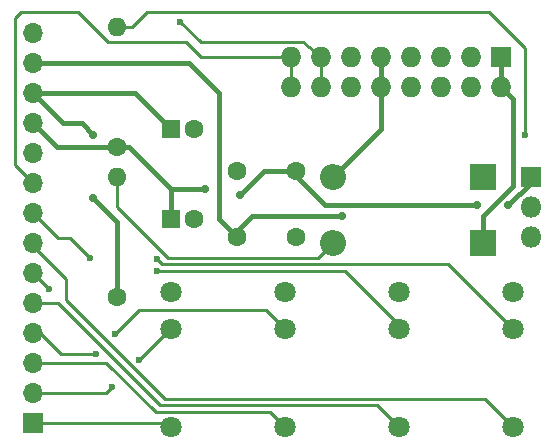
<source format=gtl>
%TF.GenerationSoftware,KiCad,Pcbnew,4.0.6*%
%TF.CreationDate,2017-08-26T10:37:18+02:00*%
%TF.ProjectId,EW Power Breakout,455720506F77657220427265616B6F75,1.0*%
%TF.FileFunction,Copper,L1,Top,Signal*%
%FSLAX46Y46*%
G04 Gerber Fmt 4.6, Leading zero omitted, Abs format (unit mm)*
G04 Created by KiCad (PCBNEW 4.0.6) date 2017 August 26, Saturday 10:37:18*
%MOMM*%
%LPD*%
G01*
G04 APERTURE LIST*
%ADD10C,0.100000*%
%ADD11R,1.727200X1.727200*%
%ADD12O,1.727200X1.727200*%
%ADD13C,1.800000*%
%ADD14R,1.600000X1.600000*%
%ADD15C,1.600000*%
%ADD16R,2.200000X2.200000*%
%ADD17O,2.200000X2.200000*%
%ADD18R,1.700000X1.700000*%
%ADD19O,1.700000X1.700000*%
%ADD20O,1.600000X1.600000*%
%ADD21R,1.800000X1.800000*%
%ADD22O,1.800000X1.800000*%
%ADD23C,0.700000*%
%ADD24C,0.600000*%
%ADD25C,0.400000*%
%ADD26C,0.250000*%
G04 APERTURE END LIST*
D10*
D11*
X196596000Y-111252000D03*
D12*
X196596000Y-113792000D03*
X194056000Y-111252000D03*
X194056000Y-113792000D03*
X191516000Y-111252000D03*
X191516000Y-113792000D03*
X188976000Y-111252000D03*
X188976000Y-113792000D03*
X186436000Y-111252000D03*
X186436000Y-113792000D03*
X183896000Y-111252000D03*
X183896000Y-113792000D03*
X181356000Y-111252000D03*
X181356000Y-113792000D03*
X178816000Y-111252000D03*
X178816000Y-113792000D03*
D13*
X168656000Y-134288000D03*
X168656000Y-131188000D03*
X168656000Y-142588000D03*
D14*
X168656000Y-124968000D03*
D15*
X170656000Y-124968000D03*
D14*
X168656000Y-117348000D03*
D15*
X170656000Y-117348000D03*
X174244000Y-120904000D03*
X179244000Y-120904000D03*
X174244000Y-126492000D03*
X179244000Y-126492000D03*
D16*
X195072000Y-121412000D03*
D17*
X182372000Y-121412000D03*
D16*
X195072000Y-127000000D03*
D17*
X182372000Y-127000000D03*
D18*
X156972000Y-142240000D03*
D19*
X156972000Y-139700000D03*
X156972000Y-137160000D03*
X156972000Y-134620000D03*
X156972000Y-132080000D03*
X156972000Y-129540000D03*
X156972000Y-127000000D03*
X156972000Y-124460000D03*
X156972000Y-121920000D03*
X156972000Y-119380000D03*
X156972000Y-116840000D03*
X156972000Y-114300000D03*
X156972000Y-111760000D03*
X156972000Y-109220000D03*
D15*
X164084000Y-118872000D03*
D20*
X164084000Y-108712000D03*
D15*
X164084000Y-131572000D03*
D20*
X164084000Y-121412000D03*
D21*
X199136000Y-121412000D03*
D22*
X199136000Y-123952000D03*
X199136000Y-126492000D03*
D13*
X178308000Y-134288000D03*
X178308000Y-131188000D03*
X178308000Y-142588000D03*
X187960000Y-134288000D03*
X187960000Y-131188000D03*
X187960000Y-142588000D03*
X197612000Y-134288000D03*
X197612000Y-131188000D03*
X197612000Y-142588000D03*
D23*
X174498000Y-122936000D03*
X171577000Y-122428000D03*
X197231000Y-123825000D03*
X194564000Y-123825000D03*
X162052000Y-117856000D03*
X162052000Y-123190000D03*
X183134000Y-124714000D03*
D24*
X198628000Y-117856000D03*
X169418000Y-108331000D03*
X165989000Y-136906000D03*
X163703000Y-139192000D03*
X162306000Y-136398000D03*
X163957000Y-134747000D03*
X167513000Y-129413000D03*
X158369000Y-130937000D03*
X167513000Y-128397000D03*
X161798000Y-128270000D03*
D25*
X168656000Y-122428000D02*
X171577000Y-122428000D01*
X176530000Y-120904000D02*
X179244000Y-120904000D01*
X174498000Y-122936000D02*
X176530000Y-120904000D01*
X164084000Y-118872000D02*
X165100000Y-118872000D01*
X168656000Y-122428000D02*
X168656000Y-124968000D01*
X165100000Y-118872000D02*
X168656000Y-122428000D01*
X199136000Y-121412000D02*
X199136000Y-121920000D01*
X199136000Y-121920000D02*
X197231000Y-123825000D01*
X194564000Y-123825000D02*
X181737000Y-123825000D01*
X181737000Y-123825000D02*
X179244000Y-121332000D01*
X179244000Y-121332000D02*
X179244000Y-120904000D01*
X164084000Y-118872000D02*
X159004000Y-118872000D01*
X159004000Y-118872000D02*
X156972000Y-116840000D01*
X161036000Y-114300000D02*
X156972000Y-114300000D01*
X161163000Y-116840000D02*
X159512000Y-116840000D01*
X159512000Y-116840000D02*
X156972000Y-114300000D01*
X164084000Y-131572000D02*
X164084000Y-125222000D01*
X162052000Y-117856000D02*
X161163000Y-116840000D01*
X164084000Y-125222000D02*
X162052000Y-123190000D01*
X161036000Y-114300000D02*
X165608000Y-114300000D01*
X165608000Y-114300000D02*
X168656000Y-117348000D01*
X156972000Y-111760000D02*
X170180000Y-111760000D01*
X172720000Y-124968000D02*
X174244000Y-126492000D01*
X172720000Y-114300000D02*
X172720000Y-124968000D01*
X170180000Y-111760000D02*
X172720000Y-114300000D01*
X183134000Y-124714000D02*
X175514000Y-124714000D01*
X175514000Y-124714000D02*
X174244000Y-125984000D01*
X174244000Y-125984000D02*
X174244000Y-126492000D01*
D26*
X164084000Y-108712000D02*
X165354000Y-108712000D01*
X198628000Y-110490000D02*
X198628000Y-117856000D01*
X195580000Y-107442000D02*
X198628000Y-110490000D01*
X166624000Y-107442000D02*
X195580000Y-107442000D01*
X165354000Y-108712000D02*
X166624000Y-107442000D01*
X182372000Y-127000000D02*
X181102000Y-128270000D01*
X164084000Y-123952000D02*
X164084000Y-122047000D01*
X168402000Y-128270000D02*
X164084000Y-123952000D01*
X181102000Y-128270000D02*
X168402000Y-128270000D01*
X178816000Y-111252000D02*
X171196000Y-111252000D01*
X155448000Y-120396000D02*
X156972000Y-121920000D01*
X155448000Y-107950000D02*
X155448000Y-120396000D01*
X155956000Y-107442000D02*
X155448000Y-107950000D01*
X160782000Y-107442000D02*
X155956000Y-107442000D01*
X163322000Y-109982000D02*
X160782000Y-107442000D01*
X169926000Y-109982000D02*
X163322000Y-109982000D01*
X171196000Y-111252000D02*
X169926000Y-109982000D01*
X178816000Y-111252000D02*
X178816000Y-113792000D01*
X169418000Y-108331000D02*
X171196000Y-109982000D01*
X171196000Y-109982000D02*
X179832000Y-109982000D01*
X179832000Y-109982000D02*
X181356000Y-111252000D01*
X181356000Y-111252000D02*
X181356000Y-113792000D01*
X156972000Y-139700000D02*
X163195000Y-139700000D01*
X165989000Y-136906000D02*
X168607000Y-134288000D01*
X163195000Y-139700000D02*
X163703000Y-139192000D01*
X168607000Y-134288000D02*
X168656000Y-134288000D01*
X167972000Y-134288000D02*
X168656000Y-134288000D01*
X156972000Y-142240000D02*
X168308000Y-142240000D01*
X168308000Y-142240000D02*
X168656000Y-142588000D01*
X168308000Y-142240000D02*
X168656000Y-142588000D01*
X168308000Y-142240000D02*
X168656000Y-142588000D01*
X156972000Y-134620000D02*
X157607000Y-134620000D01*
X157607000Y-134620000D02*
X159385000Y-136398000D01*
X159385000Y-136398000D02*
X162306000Y-136398000D01*
X163957000Y-134747000D02*
X165989000Y-132715000D01*
X165989000Y-132715000D02*
X176735000Y-132715000D01*
X176735000Y-132715000D02*
X178308000Y-134288000D01*
X156972000Y-137160000D02*
X163195000Y-137160000D01*
X177071000Y-141351000D02*
X178308000Y-142588000D01*
X167386000Y-141351000D02*
X177071000Y-141351000D01*
X163195000Y-137160000D02*
X167386000Y-141351000D01*
X156972000Y-129540000D02*
X158369000Y-130937000D01*
X183388000Y-129413000D02*
X187960000Y-133985000D01*
X167513000Y-129413000D02*
X183388000Y-129413000D01*
X187960000Y-133985000D02*
X187960000Y-134288000D01*
X187120000Y-134288000D02*
X187960000Y-134288000D01*
X156972000Y-132080000D02*
X159132398Y-132080000D01*
X186088000Y-140716000D02*
X187960000Y-142588000D01*
X167768398Y-140716000D02*
X186088000Y-140716000D01*
X159132398Y-132080000D02*
X167768398Y-140716000D01*
X156972000Y-124460000D02*
X159131000Y-126619000D01*
X192102000Y-128778000D02*
X197612000Y-134288000D01*
X167894000Y-128778000D02*
X192102000Y-128778000D01*
X167513000Y-128397000D02*
X167894000Y-128778000D01*
X160147000Y-126619000D02*
X161798000Y-128270000D01*
X159131000Y-126619000D02*
X160147000Y-126619000D01*
X197612000Y-134288000D02*
X197407000Y-134288000D01*
X156972000Y-124460000D02*
X156972000Y-124714000D01*
X156972000Y-127000000D02*
X156972000Y-127254000D01*
X156972000Y-127254000D02*
X159766000Y-130048000D01*
X159766000Y-130048000D02*
X159766000Y-131826000D01*
X159766000Y-131826000D02*
X168148000Y-140208000D01*
X168148000Y-140208000D02*
X195232000Y-140208000D01*
X195232000Y-140208000D02*
X197612000Y-142588000D01*
D25*
X186436000Y-113792000D02*
X186436000Y-117348000D01*
X186436000Y-117348000D02*
X182372000Y-121412000D01*
X186436000Y-111252000D02*
X186436000Y-113792000D01*
X195072000Y-127000000D02*
X195072000Y-124714000D01*
X197612000Y-114808000D02*
X196596000Y-113792000D01*
X197612000Y-122174000D02*
X197612000Y-114808000D01*
X195072000Y-124714000D02*
X197612000Y-122174000D01*
X196596000Y-111252000D02*
X196596000Y-113792000D01*
M02*

</source>
